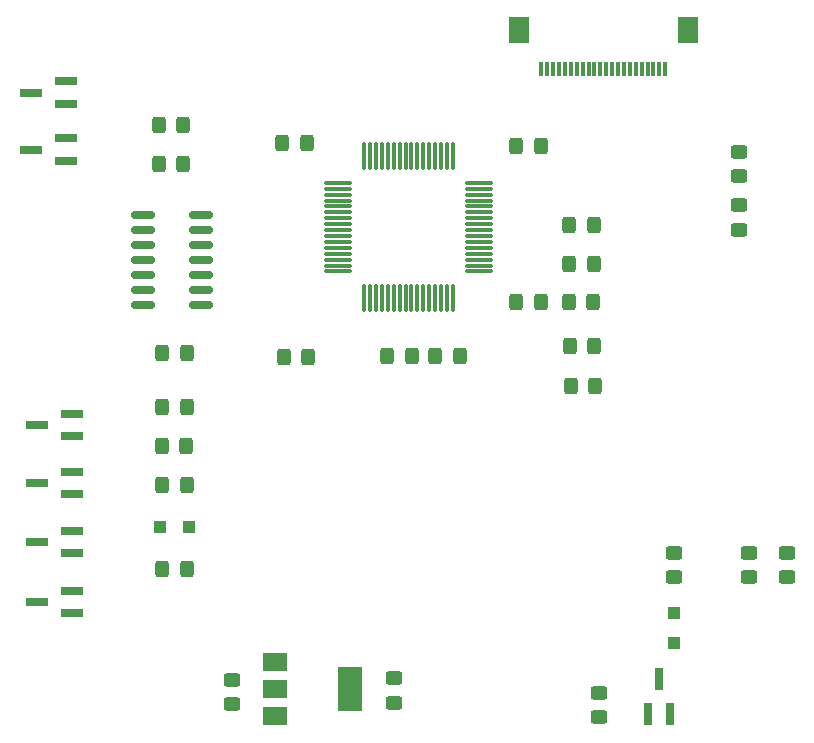
<source format=gbr>
%TF.GenerationSoftware,KiCad,Pcbnew,(5.99.0-11626-g43523df843)*%
%TF.CreationDate,2021-08-18T09:38:13+01:00*%
%TF.ProjectId,OpenFlopsXT_V0.1,4f70656e-466c-46f7-9073-58545f56302e,rev?*%
%TF.SameCoordinates,Original*%
%TF.FileFunction,Paste,Top*%
%TF.FilePolarity,Positive*%
%FSLAX46Y46*%
G04 Gerber Fmt 4.6, Leading zero omitted, Abs format (unit mm)*
G04 Created by KiCad (PCBNEW (5.99.0-11626-g43523df843)) date 2021-08-18 09:38:13*
%MOMM*%
%LPD*%
G01*
G04 APERTURE LIST*
G04 Aperture macros list*
%AMRoundRect*
0 Rectangle with rounded corners*
0 $1 Rounding radius*
0 $2 $3 $4 $5 $6 $7 $8 $9 X,Y pos of 4 corners*
0 Add a 4 corners polygon primitive as box body*
4,1,4,$2,$3,$4,$5,$6,$7,$8,$9,$2,$3,0*
0 Add four circle primitives for the rounded corners*
1,1,$1+$1,$2,$3*
1,1,$1+$1,$4,$5*
1,1,$1+$1,$6,$7*
1,1,$1+$1,$8,$9*
0 Add four rect primitives between the rounded corners*
20,1,$1+$1,$2,$3,$4,$5,0*
20,1,$1+$1,$4,$5,$6,$7,0*
20,1,$1+$1,$6,$7,$8,$9,0*
20,1,$1+$1,$8,$9,$2,$3,0*%
G04 Aperture macros list end*
%ADD10RoundRect,0.150000X0.825000X0.150000X-0.825000X0.150000X-0.825000X-0.150000X0.825000X-0.150000X0*%
%ADD11RoundRect,0.250000X0.450000X-0.325000X0.450000X0.325000X-0.450000X0.325000X-0.450000X-0.325000X0*%
%ADD12RoundRect,0.250000X-0.325000X-0.450000X0.325000X-0.450000X0.325000X0.450000X-0.325000X0.450000X0*%
%ADD13RoundRect,0.250000X-0.450000X0.325000X-0.450000X-0.325000X0.450000X-0.325000X0.450000X0.325000X0*%
%ADD14R,1.900000X0.800000*%
%ADD15R,0.800000X1.900000*%
%ADD16RoundRect,0.250000X0.325000X0.450000X-0.325000X0.450000X-0.325000X-0.450000X0.325000X-0.450000X0*%
%ADD17R,1.000000X1.000000*%
%ADD18R,0.300000X1.300000*%
%ADD19R,1.800000X2.200000*%
%ADD20R,2.000000X1.500000*%
%ADD21R,2.000000X3.800000*%
%ADD22RoundRect,0.075000X0.075000X-1.075000X0.075000X1.075000X-0.075000X1.075000X-0.075000X-1.075000X0*%
%ADD23RoundRect,0.075000X1.075000X-0.075000X1.075000X0.075000X-1.075000X0.075000X-1.075000X-0.075000X0*%
G04 APERTURE END LIST*
D10*
%TO.C,U1*%
X106665800Y-104673400D03*
X106665800Y-103403400D03*
X106665800Y-102133400D03*
X106665800Y-100863400D03*
X106665800Y-99593400D03*
X106665800Y-98323400D03*
X106665800Y-97053400D03*
X101715800Y-97053400D03*
X101715800Y-98323400D03*
X101715800Y-99593400D03*
X101715800Y-100863400D03*
X101715800Y-102133400D03*
X101715800Y-103403400D03*
X101715800Y-104673400D03*
%TD*%
D11*
%TO.C,R11*%
X140309600Y-139556600D03*
X140309600Y-137506600D03*
%TD*%
D12*
%TO.C,C7*%
X133341000Y-104394000D03*
X135391000Y-104394000D03*
%TD*%
D11*
%TO.C,R9*%
X152200000Y-93755000D03*
X152200000Y-91705000D03*
%TD*%
%TO.C,R20*%
X153050000Y-127655000D03*
X153050000Y-125605000D03*
%TD*%
D13*
%TO.C,C18*%
X122950000Y-136255000D03*
X122950000Y-138305000D03*
%TD*%
D12*
%TO.C,R5*%
X103369000Y-119888000D03*
X105419000Y-119888000D03*
%TD*%
D14*
%TO.C,Q2*%
X95734000Y-115758000D03*
X95734000Y-113858000D03*
X92734000Y-114808000D03*
%TD*%
D12*
%TO.C,R6*%
X103106000Y-89408000D03*
X105156000Y-89408000D03*
%TD*%
D15*
%TO.C,Q7*%
X144465000Y-139269600D03*
X146365000Y-139269600D03*
X145415000Y-136269600D03*
%TD*%
D16*
%TO.C,C4*%
X139861400Y-104380000D03*
X137811400Y-104380000D03*
%TD*%
D12*
%TO.C,R2*%
X103369000Y-113284000D03*
X105419000Y-113284000D03*
%TD*%
D16*
%TO.C,C10*%
X140000000Y-111530000D03*
X137950000Y-111530000D03*
%TD*%
D12*
%TO.C,C5*%
X126483000Y-108966000D03*
X128533000Y-108966000D03*
%TD*%
D16*
%TO.C,R4*%
X105419000Y-127000000D03*
X103369000Y-127000000D03*
%TD*%
D17*
%TO.C,D1*%
X105644000Y-123444000D03*
X103144000Y-123444000D03*
%TD*%
D12*
%TO.C,C8*%
X133341000Y-91186000D03*
X135391000Y-91186000D03*
%TD*%
D16*
%TO.C,C3*%
X124469000Y-108966000D03*
X122419000Y-108966000D03*
%TD*%
D12*
%TO.C,R10*%
X137825000Y-101180000D03*
X139875000Y-101180000D03*
%TD*%
D16*
%TO.C,R13*%
X139925000Y-108130000D03*
X137875000Y-108130000D03*
%TD*%
D14*
%TO.C,Q6*%
X95214617Y-87596793D03*
X95214617Y-85696793D03*
X92214617Y-86646793D03*
%TD*%
D18*
%TO.C,J5*%
X135450000Y-84630000D03*
X135950000Y-84630000D03*
X136450000Y-84630000D03*
X136950000Y-84630000D03*
X137450000Y-84630000D03*
X137950000Y-84630000D03*
X138450000Y-84630000D03*
X138950000Y-84630000D03*
X139450000Y-84630000D03*
X139950000Y-84630000D03*
X140450000Y-84630000D03*
X140950000Y-84630000D03*
X141450000Y-84630000D03*
X141950000Y-84630000D03*
X142450000Y-84630000D03*
X142950000Y-84630000D03*
X143450000Y-84630000D03*
X143950000Y-84630000D03*
X144450000Y-84630000D03*
X144950000Y-84630000D03*
X145450000Y-84630000D03*
X145950000Y-84630000D03*
D19*
X147850000Y-81380000D03*
X133550000Y-81380000D03*
%TD*%
D14*
%TO.C,Q5*%
X95734000Y-125664000D03*
X95734000Y-123764000D03*
X92734000Y-124714000D03*
%TD*%
D20*
%TO.C,U4*%
X112928000Y-134860001D03*
X112928000Y-137160001D03*
D21*
X119228000Y-137160001D03*
D20*
X112928000Y-139460001D03*
%TD*%
D22*
%TO.C,U3*%
X120456000Y-104044000D03*
X120956000Y-104044000D03*
X121456000Y-104044000D03*
X121956000Y-104044000D03*
X122456000Y-104044000D03*
X122956000Y-104044000D03*
X123456000Y-104044000D03*
X123956000Y-104044000D03*
X124456000Y-104044000D03*
X124956000Y-104044000D03*
X125456000Y-104044000D03*
X125956000Y-104044000D03*
X126456000Y-104044000D03*
X126956000Y-104044000D03*
X127456000Y-104044000D03*
X127956000Y-104044000D03*
D23*
X130206000Y-101794000D03*
X130206000Y-101294000D03*
X130206000Y-100794000D03*
X130206000Y-100294000D03*
X130206000Y-99794000D03*
X130206000Y-99294000D03*
X130206000Y-98794000D03*
X130206000Y-98294000D03*
X130206000Y-97794000D03*
X130206000Y-97294000D03*
X130206000Y-96794000D03*
X130206000Y-96294000D03*
X130206000Y-95794000D03*
X130206000Y-95294000D03*
X130206000Y-94794000D03*
X130206000Y-94294000D03*
D22*
X127956000Y-92044000D03*
X127456000Y-92044000D03*
X126956000Y-92044000D03*
X126456000Y-92044000D03*
X125956000Y-92044000D03*
X125456000Y-92044000D03*
X124956000Y-92044000D03*
X124456000Y-92044000D03*
X123956000Y-92044000D03*
X123456000Y-92044000D03*
X122956000Y-92044000D03*
X122456000Y-92044000D03*
X121956000Y-92044000D03*
X121456000Y-92044000D03*
X120956000Y-92044000D03*
X120456000Y-92044000D03*
D23*
X118206000Y-94294000D03*
X118206000Y-94794000D03*
X118206000Y-95294000D03*
X118206000Y-95794000D03*
X118206000Y-96294000D03*
X118206000Y-96794000D03*
X118206000Y-97294000D03*
X118206000Y-97794000D03*
X118206000Y-98294000D03*
X118206000Y-98794000D03*
X118206000Y-99294000D03*
X118206000Y-99794000D03*
X118206000Y-100294000D03*
X118206000Y-100794000D03*
X118206000Y-101294000D03*
X118206000Y-101794000D03*
%TD*%
D14*
%TO.C,Q3*%
X95758000Y-120650000D03*
X95758000Y-118750000D03*
X92758000Y-119700000D03*
%TD*%
D11*
%TO.C,R12*%
X146659600Y-127644000D03*
X146659600Y-125594000D03*
%TD*%
D17*
%TO.C,D2*%
X146685000Y-130728400D03*
X146685000Y-133228400D03*
%TD*%
D12*
%TO.C,C20*%
X103375000Y-108730000D03*
X105425000Y-108730000D03*
%TD*%
D13*
%TO.C,R8*%
X152200000Y-96205000D03*
X152200000Y-98255000D03*
%TD*%
D11*
%TO.C,R21*%
X156250000Y-127655000D03*
X156250000Y-125605000D03*
%TD*%
D14*
%TO.C,Q1*%
X95214617Y-92422793D03*
X95214617Y-90522793D03*
X92214617Y-91472793D03*
%TD*%
D11*
%TO.C,C23*%
X109250000Y-138405000D03*
X109250000Y-136355000D03*
%TD*%
D14*
%TO.C,Q4*%
X95734000Y-130744000D03*
X95734000Y-128844000D03*
X92734000Y-129794000D03*
%TD*%
D16*
%TO.C,C9*%
X115725000Y-109030000D03*
X113675000Y-109030000D03*
%TD*%
D12*
%TO.C,R1*%
X103106000Y-92710000D03*
X105156000Y-92710000D03*
%TD*%
%TO.C,R3*%
X103360000Y-116586000D03*
X105410000Y-116586000D03*
%TD*%
D16*
%TO.C,R7*%
X139875000Y-97830000D03*
X137825000Y-97830000D03*
%TD*%
%TO.C,C6*%
X115579000Y-90932000D03*
X113529000Y-90932000D03*
%TD*%
M02*

</source>
